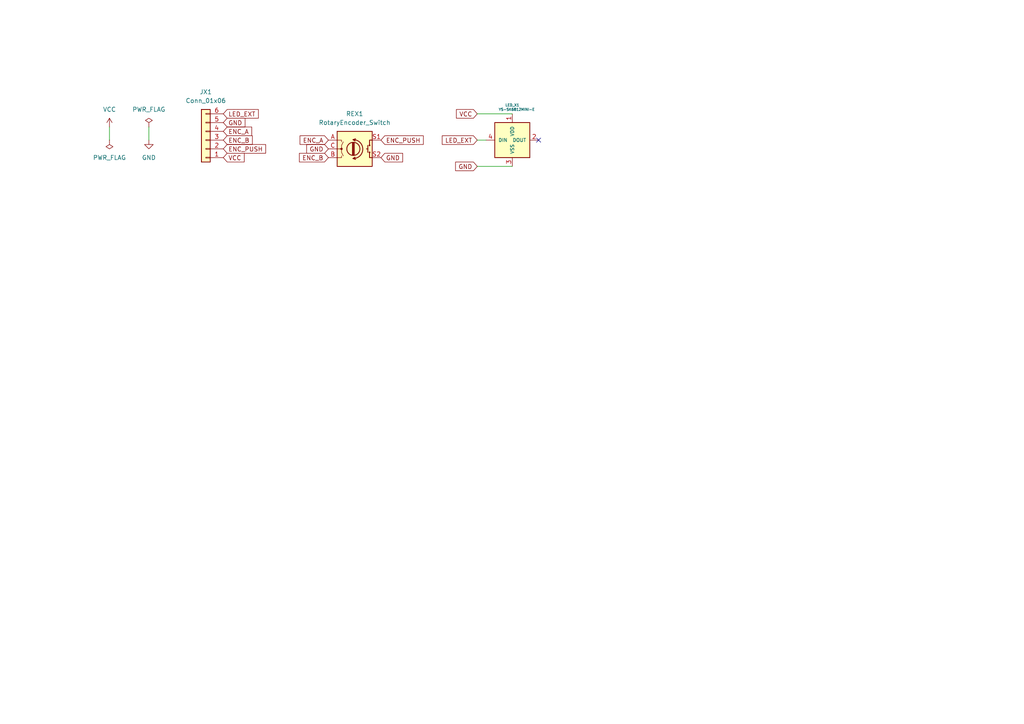
<source format=kicad_sch>
(kicad_sch (version 20211123) (generator eeschema)

  (uuid 694a07cf-3dfe-46bd-b597-a2ff525f715e)

  (paper "A4")

  (lib_symbols
    (symbol "Connector_Generic:Conn_01x06" (pin_names (offset 1.016) hide) (in_bom yes) (on_board yes)
      (property "Reference" "J" (id 0) (at 0 7.62 0)
        (effects (font (size 1.27 1.27)))
      )
      (property "Value" "Conn_01x06" (id 1) (at 0 -10.16 0)
        (effects (font (size 1.27 1.27)))
      )
      (property "Footprint" "" (id 2) (at 0 0 0)
        (effects (font (size 1.27 1.27)) hide)
      )
      (property "Datasheet" "~" (id 3) (at 0 0 0)
        (effects (font (size 1.27 1.27)) hide)
      )
      (property "ki_keywords" "connector" (id 4) (at 0 0 0)
        (effects (font (size 1.27 1.27)) hide)
      )
      (property "ki_description" "Generic connector, single row, 01x06, script generated (kicad-library-utils/schlib/autogen/connector/)" (id 5) (at 0 0 0)
        (effects (font (size 1.27 1.27)) hide)
      )
      (property "ki_fp_filters" "Connector*:*_1x??_*" (id 6) (at 0 0 0)
        (effects (font (size 1.27 1.27)) hide)
      )
      (symbol "Conn_01x06_1_1"
        (rectangle (start -1.27 -7.493) (end 0 -7.747)
          (stroke (width 0.1524) (type default) (color 0 0 0 0))
          (fill (type none))
        )
        (rectangle (start -1.27 -4.953) (end 0 -5.207)
          (stroke (width 0.1524) (type default) (color 0 0 0 0))
          (fill (type none))
        )
        (rectangle (start -1.27 -2.413) (end 0 -2.667)
          (stroke (width 0.1524) (type default) (color 0 0 0 0))
          (fill (type none))
        )
        (rectangle (start -1.27 0.127) (end 0 -0.127)
          (stroke (width 0.1524) (type default) (color 0 0 0 0))
          (fill (type none))
        )
        (rectangle (start -1.27 2.667) (end 0 2.413)
          (stroke (width 0.1524) (type default) (color 0 0 0 0))
          (fill (type none))
        )
        (rectangle (start -1.27 5.207) (end 0 4.953)
          (stroke (width 0.1524) (type default) (color 0 0 0 0))
          (fill (type none))
        )
        (rectangle (start -1.27 6.35) (end 1.27 -8.89)
          (stroke (width 0.254) (type default) (color 0 0 0 0))
          (fill (type background))
        )
        (pin passive line (at -5.08 5.08 0) (length 3.81)
          (name "Pin_1" (effects (font (size 1.27 1.27))))
          (number "1" (effects (font (size 1.27 1.27))))
        )
        (pin passive line (at -5.08 2.54 0) (length 3.81)
          (name "Pin_2" (effects (font (size 1.27 1.27))))
          (number "2" (effects (font (size 1.27 1.27))))
        )
        (pin passive line (at -5.08 0 0) (length 3.81)
          (name "Pin_3" (effects (font (size 1.27 1.27))))
          (number "3" (effects (font (size 1.27 1.27))))
        )
        (pin passive line (at -5.08 -2.54 0) (length 3.81)
          (name "Pin_4" (effects (font (size 1.27 1.27))))
          (number "4" (effects (font (size 1.27 1.27))))
        )
        (pin passive line (at -5.08 -5.08 0) (length 3.81)
          (name "Pin_5" (effects (font (size 1.27 1.27))))
          (number "5" (effects (font (size 1.27 1.27))))
        )
        (pin passive line (at -5.08 -7.62 0) (length 3.81)
          (name "Pin_6" (effects (font (size 1.27 1.27))))
          (number "6" (effects (font (size 1.27 1.27))))
        )
      )
    )
    (symbol "Device:RotaryEncoder_Switch" (pin_names (offset 0.254) hide) (in_bom yes) (on_board yes)
      (property "Reference" "SW" (id 0) (at 0 6.604 0)
        (effects (font (size 1.27 1.27)))
      )
      (property "Value" "RotaryEncoder_Switch" (id 1) (at 0 -6.604 0)
        (effects (font (size 1.27 1.27)))
      )
      (property "Footprint" "" (id 2) (at -3.81 4.064 0)
        (effects (font (size 1.27 1.27)) hide)
      )
      (property "Datasheet" "~" (id 3) (at 0 6.604 0)
        (effects (font (size 1.27 1.27)) hide)
      )
      (property "ki_keywords" "rotary switch encoder switch push button" (id 4) (at 0 0 0)
        (effects (font (size 1.27 1.27)) hide)
      )
      (property "ki_description" "Rotary encoder, dual channel, incremental quadrate outputs, with switch" (id 5) (at 0 0 0)
        (effects (font (size 1.27 1.27)) hide)
      )
      (property "ki_fp_filters" "RotaryEncoder*Switch*" (id 6) (at 0 0 0)
        (effects (font (size 1.27 1.27)) hide)
      )
      (symbol "RotaryEncoder_Switch_0_1"
        (rectangle (start -5.08 5.08) (end 5.08 -5.08)
          (stroke (width 0.254) (type default) (color 0 0 0 0))
          (fill (type background))
        )
        (circle (center -3.81 0) (radius 0.254)
          (stroke (width 0) (type default) (color 0 0 0 0))
          (fill (type outline))
        )
        (arc (start -0.381 -2.794) (mid 2.3622 -0.0635) (end -0.381 2.667)
          (stroke (width 0.254) (type default) (color 0 0 0 0))
          (fill (type none))
        )
        (circle (center -0.381 0) (radius 1.905)
          (stroke (width 0.254) (type default) (color 0 0 0 0))
          (fill (type none))
        )
        (polyline
          (pts
            (xy -0.635 -1.778)
            (xy -0.635 1.778)
          )
          (stroke (width 0.254) (type default) (color 0 0 0 0))
          (fill (type none))
        )
        (polyline
          (pts
            (xy -0.381 -1.778)
            (xy -0.381 1.778)
          )
          (stroke (width 0.254) (type default) (color 0 0 0 0))
          (fill (type none))
        )
        (polyline
          (pts
            (xy -0.127 1.778)
            (xy -0.127 -1.778)
          )
          (stroke (width 0.254) (type default) (color 0 0 0 0))
          (fill (type none))
        )
        (polyline
          (pts
            (xy 3.81 0)
            (xy 3.429 0)
          )
          (stroke (width 0.254) (type default) (color 0 0 0 0))
          (fill (type none))
        )
        (polyline
          (pts
            (xy 3.81 1.016)
            (xy 3.81 -1.016)
          )
          (stroke (width 0.254) (type default) (color 0 0 0 0))
          (fill (type none))
        )
        (polyline
          (pts
            (xy -5.08 -2.54)
            (xy -3.81 -2.54)
            (xy -3.81 -2.032)
          )
          (stroke (width 0) (type default) (color 0 0 0 0))
          (fill (type none))
        )
        (polyline
          (pts
            (xy -5.08 2.54)
            (xy -3.81 2.54)
            (xy -3.81 2.032)
          )
          (stroke (width 0) (type default) (color 0 0 0 0))
          (fill (type none))
        )
        (polyline
          (pts
            (xy 0.254 -3.048)
            (xy -0.508 -2.794)
            (xy 0.127 -2.413)
          )
          (stroke (width 0.254) (type default) (color 0 0 0 0))
          (fill (type none))
        )
        (polyline
          (pts
            (xy 0.254 2.921)
            (xy -0.508 2.667)
            (xy 0.127 2.286)
          )
          (stroke (width 0.254) (type default) (color 0 0 0 0))
          (fill (type none))
        )
        (polyline
          (pts
            (xy 5.08 -2.54)
            (xy 4.318 -2.54)
            (xy 4.318 -1.016)
          )
          (stroke (width 0.254) (type default) (color 0 0 0 0))
          (fill (type none))
        )
        (polyline
          (pts
            (xy 5.08 2.54)
            (xy 4.318 2.54)
            (xy 4.318 1.016)
          )
          (stroke (width 0.254) (type default) (color 0 0 0 0))
          (fill (type none))
        )
        (polyline
          (pts
            (xy -5.08 0)
            (xy -3.81 0)
            (xy -3.81 -1.016)
            (xy -3.302 -2.032)
          )
          (stroke (width 0) (type default) (color 0 0 0 0))
          (fill (type none))
        )
        (polyline
          (pts
            (xy -4.318 0)
            (xy -3.81 0)
            (xy -3.81 1.016)
            (xy -3.302 2.032)
          )
          (stroke (width 0) (type default) (color 0 0 0 0))
          (fill (type none))
        )
        (circle (center 4.318 -1.016) (radius 0.127)
          (stroke (width 0.254) (type default) (color 0 0 0 0))
          (fill (type none))
        )
        (circle (center 4.318 1.016) (radius 0.127)
          (stroke (width 0.254) (type default) (color 0 0 0 0))
          (fill (type none))
        )
      )
      (symbol "RotaryEncoder_Switch_1_1"
        (pin passive line (at -7.62 2.54 0) (length 2.54)
          (name "A" (effects (font (size 1.27 1.27))))
          (number "A" (effects (font (size 1.27 1.27))))
        )
        (pin passive line (at -7.62 -2.54 0) (length 2.54)
          (name "B" (effects (font (size 1.27 1.27))))
          (number "B" (effects (font (size 1.27 1.27))))
        )
        (pin passive line (at -7.62 0 0) (length 2.54)
          (name "C" (effects (font (size 1.27 1.27))))
          (number "C" (effects (font (size 1.27 1.27))))
        )
        (pin passive line (at 7.62 2.54 180) (length 2.54)
          (name "S1" (effects (font (size 1.27 1.27))))
          (number "S1" (effects (font (size 1.27 1.27))))
        )
        (pin passive line (at 7.62 -2.54 180) (length 2.54)
          (name "S2" (effects (font (size 1.27 1.27))))
          (number "S2" (effects (font (size 1.27 1.27))))
        )
      )
    )
    (symbol "kbd:YS-SK6812MINI-E" (pin_names (offset 1.016)) (in_bom yes) (on_board yes)
      (property "Reference" "LED" (id 0) (at 2.54 -7.62 0)
        (effects (font (size 0.7366 0.7366)))
      )
      (property "Value" "YS-SK6812MINI-E" (id 1) (at 6.35 -6.35 0)
        (effects (font (size 0.7366 0.7366)))
      )
      (property "Footprint" "" (id 2) (at 2.54 -6.35 0)
        (effects (font (size 1.27 1.27)) hide)
      )
      (property "Datasheet" "" (id 3) (at 2.54 -6.35 0)
        (effects (font (size 1.27 1.27)) hide)
      )
      (symbol "YS-SK6812MINI-E_0_1"
        (rectangle (start -5.08 5.08) (end 5.08 -5.08)
          (stroke (width 0.254) (type default) (color 0 0 0 0))
          (fill (type background))
        )
      )
      (symbol "YS-SK6812MINI-E_1_1"
        (pin power_in line (at 0 7.62 270) (length 2.54)
          (name "VDD" (effects (font (size 0.9906 0.9906))))
          (number "1" (effects (font (size 1.27 1.27))))
        )
        (pin output line (at 7.62 0 180) (length 2.54)
          (name "DOUT" (effects (font (size 0.9906 0.9906))))
          (number "2" (effects (font (size 1.27 1.27))))
        )
        (pin power_in line (at 0 -7.62 90) (length 2.54)
          (name "VSS" (effects (font (size 0.9906 0.9906))))
          (number "3" (effects (font (size 1.27 1.27))))
        )
        (pin input line (at -7.62 0 0) (length 2.54)
          (name "DIN" (effects (font (size 0.9906 0.9906))))
          (number "4" (effects (font (size 1.27 1.27))))
        )
      )
    )
    (symbol "power:GND" (power) (pin_names (offset 0)) (in_bom yes) (on_board yes)
      (property "Reference" "#PWR" (id 0) (at 0 -6.35 0)
        (effects (font (size 1.27 1.27)) hide)
      )
      (property "Value" "GND" (id 1) (at 0 -3.81 0)
        (effects (font (size 1.27 1.27)))
      )
      (property "Footprint" "" (id 2) (at 0 0 0)
        (effects (font (size 1.27 1.27)) hide)
      )
      (property "Datasheet" "" (id 3) (at 0 0 0)
        (effects (font (size 1.27 1.27)) hide)
      )
      (property "ki_keywords" "power-flag" (id 4) (at 0 0 0)
        (effects (font (size 1.27 1.27)) hide)
      )
      (property "ki_description" "Power symbol creates a global label with name \"GND\" , ground" (id 5) (at 0 0 0)
        (effects (font (size 1.27 1.27)) hide)
      )
      (symbol "GND_0_1"
        (polyline
          (pts
            (xy 0 0)
            (xy 0 -1.27)
            (xy 1.27 -1.27)
            (xy 0 -2.54)
            (xy -1.27 -1.27)
            (xy 0 -1.27)
          )
          (stroke (width 0) (type default) (color 0 0 0 0))
          (fill (type none))
        )
      )
      (symbol "GND_1_1"
        (pin power_in line (at 0 0 270) (length 0) hide
          (name "GND" (effects (font (size 1.27 1.27))))
          (number "1" (effects (font (size 1.27 1.27))))
        )
      )
    )
    (symbol "power:PWR_FLAG" (power) (pin_numbers hide) (pin_names (offset 0) hide) (in_bom yes) (on_board yes)
      (property "Reference" "#FLG" (id 0) (at 0 1.905 0)
        (effects (font (size 1.27 1.27)) hide)
      )
      (property "Value" "PWR_FLAG" (id 1) (at 0 3.81 0)
        (effects (font (size 1.27 1.27)))
      )
      (property "Footprint" "" (id 2) (at 0 0 0)
        (effects (font (size 1.27 1.27)) hide)
      )
      (property "Datasheet" "~" (id 3) (at 0 0 0)
        (effects (font (size 1.27 1.27)) hide)
      )
      (property "ki_keywords" "power-flag" (id 4) (at 0 0 0)
        (effects (font (size 1.27 1.27)) hide)
      )
      (property "ki_description" "Special symbol for telling ERC where power comes from" (id 5) (at 0 0 0)
        (effects (font (size 1.27 1.27)) hide)
      )
      (symbol "PWR_FLAG_0_0"
        (pin power_out line (at 0 0 90) (length 0)
          (name "pwr" (effects (font (size 1.27 1.27))))
          (number "1" (effects (font (size 1.27 1.27))))
        )
      )
      (symbol "PWR_FLAG_0_1"
        (polyline
          (pts
            (xy 0 0)
            (xy 0 1.27)
            (xy -1.016 1.905)
            (xy 0 2.54)
            (xy 1.016 1.905)
            (xy 0 1.27)
          )
          (stroke (width 0) (type default) (color 0 0 0 0))
          (fill (type none))
        )
      )
    )
    (symbol "power:VCC" (power) (pin_names (offset 0)) (in_bom yes) (on_board yes)
      (property "Reference" "#PWR" (id 0) (at 0 -3.81 0)
        (effects (font (size 1.27 1.27)) hide)
      )
      (property "Value" "VCC" (id 1) (at 0 3.81 0)
        (effects (font (size 1.27 1.27)))
      )
      (property "Footprint" "" (id 2) (at 0 0 0)
        (effects (font (size 1.27 1.27)) hide)
      )
      (property "Datasheet" "" (id 3) (at 0 0 0)
        (effects (font (size 1.27 1.27)) hide)
      )
      (property "ki_keywords" "power-flag" (id 4) (at 0 0 0)
        (effects (font (size 1.27 1.27)) hide)
      )
      (property "ki_description" "Power symbol creates a global label with name \"VCC\"" (id 5) (at 0 0 0)
        (effects (font (size 1.27 1.27)) hide)
      )
      (symbol "VCC_0_1"
        (polyline
          (pts
            (xy -0.762 1.27)
            (xy 0 2.54)
          )
          (stroke (width 0) (type default) (color 0 0 0 0))
          (fill (type none))
        )
        (polyline
          (pts
            (xy 0 0)
            (xy 0 2.54)
          )
          (stroke (width 0) (type default) (color 0 0 0 0))
          (fill (type none))
        )
        (polyline
          (pts
            (xy 0 2.54)
            (xy 0.762 1.27)
          )
          (stroke (width 0) (type default) (color 0 0 0 0))
          (fill (type none))
        )
      )
      (symbol "VCC_1_1"
        (pin power_in line (at 0 0 90) (length 0) hide
          (name "VCC" (effects (font (size 1.27 1.27))))
          (number "1" (effects (font (size 1.27 1.27))))
        )
      )
    )
  )



  (no_connect (at 156.21 40.64) (uuid 907b517d-2a80-4219-9920-b9ef93c9a643))

  (wire (pts (xy 138.43 40.64) (xy 140.97 40.64))
    (stroke (width 0) (type default) (color 0 0 0 0))
    (uuid 27d70f3a-ec42-43ae-bf58-12388a62d1e5)
  )
  (wire (pts (xy 43.18 36.83) (xy 43.18 40.64))
    (stroke (width 0) (type default) (color 0 0 0 0))
    (uuid 39d7c854-6db6-4920-ac5a-7bdca8abfd19)
  )
  (wire (pts (xy 138.43 48.26) (xy 148.59 48.26))
    (stroke (width 0) (type default) (color 0 0 0 0))
    (uuid 4c481049-e58d-4bda-a715-7ddd6b8e696e)
  )
  (wire (pts (xy 138.43 33.02) (xy 148.59 33.02))
    (stroke (width 0) (type default) (color 0 0 0 0))
    (uuid 5dce94dd-ec15-4c5a-aa20-e5a5033aaa7c)
  )
  (wire (pts (xy 31.75 36.83) (xy 31.75 40.64))
    (stroke (width 0) (type default) (color 0 0 0 0))
    (uuid c5a09a1c-883b-4248-8706-4eecaa7611c5)
  )

  (global_label "GND" (shape input) (at 110.49 45.72 0) (fields_autoplaced)
    (effects (font (size 1.27 1.27)) (justify left))
    (uuid 1c8fc59b-ddbb-4797-953f-3082cc93a603)
    (property "Intersheet References" "${INTERSHEET_REFS}" (id 0) (at 116.7736 45.6406 0)
      (effects (font (size 1.27 1.27)) (justify left) hide)
    )
  )
  (global_label "ENC_A" (shape input) (at 95.25 40.64 180) (fields_autoplaced)
    (effects (font (size 1.27 1.27)) (justify right))
    (uuid 1f0fe1a7-22f4-4094-b0be-32a43e65dead)
    (property "Intersheet References" "${INTERSHEET_REFS}" (id 0) (at 87.0312 40.5606 0)
      (effects (font (size 1.27 1.27)) (justify right) hide)
    )
  )
  (global_label "GND" (shape input) (at 64.77 35.56 0) (fields_autoplaced)
    (effects (font (size 1.27 1.27)) (justify left))
    (uuid 2fe807d4-4393-45c3-aceb-2b9d221474aa)
    (property "Intersheet References" "${INTERSHEET_REFS}" (id 0) (at 71.0536 35.6394 0)
      (effects (font (size 1.27 1.27)) (justify left) hide)
    )
  )
  (global_label "LED_EXT" (shape input) (at 64.77 33.02 0) (fields_autoplaced)
    (effects (font (size 1.27 1.27)) (justify left))
    (uuid 4b070a83-e598-404a-9ee4-9f5bd0626dce)
    (property "Intersheet References" "${INTERSHEET_REFS}" (id 0) (at 74.9241 32.9406 0)
      (effects (font (size 1.27 1.27)) (justify left) hide)
    )
  )
  (global_label "GND" (shape input) (at 95.25 43.18 180) (fields_autoplaced)
    (effects (font (size 1.27 1.27)) (justify right))
    (uuid 60793d3d-c1e6-4783-bc78-0e5ba1a4a7f4)
    (property "Intersheet References" "${INTERSHEET_REFS}" (id 0) (at 88.9664 43.1006 0)
      (effects (font (size 1.27 1.27)) (justify right) hide)
    )
  )
  (global_label "LED_EXT" (shape input) (at 138.43 40.64 180) (fields_autoplaced)
    (effects (font (size 1.27 1.27)) (justify right))
    (uuid 638353d7-a9d8-43bd-9b27-5b7d8547ef91)
    (property "Intersheet References" "${INTERSHEET_REFS}" (id 0) (at 128.2759 40.5606 0)
      (effects (font (size 1.27 1.27)) (justify right) hide)
    )
  )
  (global_label "ENC_PUSH" (shape input) (at 64.77 43.18 0) (fields_autoplaced)
    (effects (font (size 1.27 1.27)) (justify left))
    (uuid 72415e2d-a5b7-4bc3-8dae-3bff0c67ae4b)
    (property "Intersheet References" "${INTERSHEET_REFS}" (id 0) (at 77.0407 43.1006 0)
      (effects (font (size 1.27 1.27)) (justify left) hide)
    )
  )
  (global_label "GND" (shape input) (at 138.43 48.26 180) (fields_autoplaced)
    (effects (font (size 1.27 1.27)) (justify right))
    (uuid 729dc5ee-2d12-44ab-9eec-8000fb1dd810)
    (property "Intersheet References" "${INTERSHEET_REFS}" (id 0) (at 132.1464 48.1806 0)
      (effects (font (size 1.27 1.27)) (justify right) hide)
    )
  )
  (global_label "ENC_B" (shape input) (at 95.25 45.72 180) (fields_autoplaced)
    (effects (font (size 1.27 1.27)) (justify right))
    (uuid 7a7ca274-a664-4866-9425-33d3d06aacf4)
    (property "Intersheet References" "${INTERSHEET_REFS}" (id 0) (at 86.8498 45.6406 0)
      (effects (font (size 1.27 1.27)) (justify right) hide)
    )
  )
  (global_label "VCC" (shape input) (at 64.77 45.72 0) (fields_autoplaced)
    (effects (font (size 1.27 1.27)) (justify left))
    (uuid 82f4d3d5-147e-41a3-a8fc-3ba82115dea7)
    (property "Intersheet References" "${INTERSHEET_REFS}" (id 0) (at 70.8117 45.7994 0)
      (effects (font (size 1.27 1.27)) (justify left) hide)
    )
  )
  (global_label "VCC" (shape input) (at 138.43 33.02 180) (fields_autoplaced)
    (effects (font (size 1.27 1.27)) (justify right))
    (uuid a17ff5c1-7d79-491c-9f54-93191c840431)
    (property "Intersheet References" "${INTERSHEET_REFS}" (id 0) (at 132.3883 32.9406 0)
      (effects (font (size 1.27 1.27)) (justify right) hide)
    )
  )
  (global_label "ENC_PUSH" (shape input) (at 110.49 40.64 0) (fields_autoplaced)
    (effects (font (size 1.27 1.27)) (justify left))
    (uuid c20d0fbf-875c-4802-9415-9394dd6dbea4)
    (property "Intersheet References" "${INTERSHEET_REFS}" (id 0) (at 122.7607 40.5606 0)
      (effects (font (size 1.27 1.27)) (justify left) hide)
    )
  )
  (global_label "ENC_B" (shape input) (at 64.77 40.64 0) (fields_autoplaced)
    (effects (font (size 1.27 1.27)) (justify left))
    (uuid c3f4a84b-503a-4cdf-8dae-7a2b0fbb0c15)
    (property "Intersheet References" "${INTERSHEET_REFS}" (id 0) (at 73.1702 40.5606 0)
      (effects (font (size 1.27 1.27)) (justify left) hide)
    )
  )
  (global_label "ENC_A" (shape input) (at 64.77 38.1 0) (fields_autoplaced)
    (effects (font (size 1.27 1.27)) (justify left))
    (uuid e63d3eaa-9e6d-4ea9-a750-f9d946b2fec9)
    (property "Intersheet References" "${INTERSHEET_REFS}" (id 0) (at 72.9888 38.1794 0)
      (effects (font (size 1.27 1.27)) (justify left) hide)
    )
  )

  (symbol (lib_id "Connector_Generic:Conn_01x06") (at 59.69 40.64 180) (unit 1)
    (in_bom yes) (on_board yes) (fields_autoplaced)
    (uuid 192ebb7b-c778-4c90-8aab-a8c6694eff4a)
    (property "Reference" "JX1" (id 0) (at 59.69 26.67 0))
    (property "Value" "Conn_01x06" (id 1) (at 59.69 29.21 0))
    (property "Footprint" "e3w2q:JST_SH_BM03B-SRSS-TB_1x06-1MP_P1.00mm_Vertical" (id 2) (at 59.69 40.64 0)
      (effects (font (size 1.27 1.27)) hide)
    )
    (property "Datasheet" "~" (id 3) (at 59.69 40.64 0)
      (effects (font (size 1.27 1.27)) hide)
    )
    (pin "1" (uuid 9cb49086-79b1-45fd-a067-13f99cb6be20))
    (pin "2" (uuid 84ff712a-af01-4f6b-b42b-fbd9d604cc37))
    (pin "3" (uuid 7fb337db-e53b-4845-bd82-7aecdf731b45))
    (pin "4" (uuid b873e822-db68-4bb0-b6fc-f84807a5d09c))
    (pin "5" (uuid da67d4e1-a635-46e5-94cc-55abd47ddb2c))
    (pin "6" (uuid 88e166a1-c420-4598-badf-dba9e3a132b0))
  )

  (symbol (lib_id "power:PWR_FLAG") (at 31.75 40.64 180) (unit 1)
    (in_bom yes) (on_board yes) (fields_autoplaced)
    (uuid 22cf4257-93ea-4428-9000-29593261fe9f)
    (property "Reference" "#FLG0101" (id 0) (at 31.75 42.545 0)
      (effects (font (size 1.27 1.27)) hide)
    )
    (property "Value" "PWR_FLAG" (id 1) (at 31.75 45.72 0))
    (property "Footprint" "" (id 2) (at 31.75 40.64 0)
      (effects (font (size 1.27 1.27)) hide)
    )
    (property "Datasheet" "~" (id 3) (at 31.75 40.64 0)
      (effects (font (size 1.27 1.27)) hide)
    )
    (pin "1" (uuid c772d8cd-b518-47cb-9260-ea74906205bd))
  )

  (symbol (lib_id "kbd:YS-SK6812MINI-E") (at 148.59 40.64 0) (unit 1)
    (in_bom yes) (on_board yes)
    (uuid 2f90f639-8dbc-4e8a-b9ec-b5c99d8986d1)
    (property "Reference" "LED_X1" (id 0) (at 148.59 30.48 0)
      (effects (font (size 0.7366 0.7366)))
    )
    (property "Value" "YS-SK6812MINI-E" (id 1) (at 149.86 31.75 0)
      (effects (font (size 0.7366 0.7366)))
    )
    (property "Footprint" "kbd:YS-SK6812MINI-E" (id 2) (at 151.13 46.99 0)
      (effects (font (size 1.27 1.27)) hide)
    )
    (property "Datasheet" "" (id 3) (at 151.13 46.99 0)
      (effects (font (size 1.27 1.27)) hide)
    )
    (pin "1" (uuid b16bc34a-255a-4590-a499-92cbd707d235))
    (pin "2" (uuid 55415504-82f0-4a9e-aef3-fcbefe0528cf))
    (pin "3" (uuid 4dde2209-2146-4375-82d8-9148946dabfc))
    (pin "4" (uuid b18b88cf-73cf-4409-9e63-2304d4787ce4))
  )

  (symbol (lib_id "power:VCC") (at 31.75 36.83 0) (unit 1)
    (in_bom yes) (on_board yes) (fields_autoplaced)
    (uuid 3857bcf0-6673-4dbd-80df-2b95f86ed5e7)
    (property "Reference" "#PWR0101" (id 0) (at 31.75 40.64 0)
      (effects (font (size 1.27 1.27)) hide)
    )
    (property "Value" "VCC" (id 1) (at 31.75 31.75 0))
    (property "Footprint" "" (id 2) (at 31.75 36.83 0)
      (effects (font (size 1.27 1.27)) hide)
    )
    (property "Datasheet" "" (id 3) (at 31.75 36.83 0)
      (effects (font (size 1.27 1.27)) hide)
    )
    (pin "1" (uuid 031b7db2-b167-49fe-8f87-6f27994523e4))
  )

  (symbol (lib_id "Device:RotaryEncoder_Switch") (at 102.87 43.18 0) (unit 1)
    (in_bom yes) (on_board yes) (fields_autoplaced)
    (uuid 419930e7-5ae8-4fd1-b4e3-5872b23c8ab3)
    (property "Reference" "REX1" (id 0) (at 102.87 33.02 0))
    (property "Value" "RotaryEncoder_Switch" (id 1) (at 102.87 35.56 0))
    (property "Footprint" "willow:RotaryEncoder_Alps_EC11E-Switch_Vertical_H20mm_rev2" (id 2) (at 99.06 39.116 0)
      (effects (font (size 1.27 1.27)) hide)
    )
    (property "Datasheet" "~" (id 3) (at 102.87 36.576 0)
      (effects (font (size 1.27 1.27)) hide)
    )
    (pin "A" (uuid f2997dae-1d65-44ca-9e42-fbaaf4d98129))
    (pin "B" (uuid e06dd93b-141c-4573-9d79-83b821c6d3ae))
    (pin "C" (uuid 8b7ddf8f-5717-4625-8277-700550492426))
    (pin "S1" (uuid 5d70fa95-a56c-4593-bd6a-72be21765483))
    (pin "S2" (uuid e5b28f19-d5ac-4428-9074-f8b188d4fe3f))
  )

  (symbol (lib_id "power:PWR_FLAG") (at 43.18 36.83 0) (unit 1)
    (in_bom yes) (on_board yes)
    (uuid 895cb2ea-c20e-4391-b55a-95a80d850530)
    (property "Reference" "#FLG0102" (id 0) (at 43.18 34.925 0)
      (effects (font (size 1.27 1.27)) hide)
    )
    (property "Value" "PWR_FLAG" (id 1) (at 43.18 31.75 0))
    (property "Footprint" "" (id 2) (at 43.18 36.83 0)
      (effects (font (size 1.27 1.27)) hide)
    )
    (property "Datasheet" "~" (id 3) (at 43.18 36.83 0)
      (effects (font (size 1.27 1.27)) hide)
    )
    (pin "1" (uuid a01195cf-c75e-4cfc-8628-ccfd2243919a))
  )

  (symbol (lib_id "power:GND") (at 43.18 40.64 0) (unit 1)
    (in_bom yes) (on_board yes) (fields_autoplaced)
    (uuid f7046de6-3851-4842-9875-a9a10272d6ef)
    (property "Reference" "#PWR0102" (id 0) (at 43.18 46.99 0)
      (effects (font (size 1.27 1.27)) hide)
    )
    (property "Value" "GND" (id 1) (at 43.18 45.72 0))
    (property "Footprint" "" (id 2) (at 43.18 40.64 0)
      (effects (font (size 1.27 1.27)) hide)
    )
    (property "Datasheet" "" (id 3) (at 43.18 40.64 0)
      (effects (font (size 1.27 1.27)) hide)
    )
    (pin "1" (uuid 9f3aa3ed-9596-4bd9-81ea-841ce4677ec2))
  )

  (sheet_instances
    (path "/" (page "1"))
  )

  (symbol_instances
    (path "/22cf4257-93ea-4428-9000-29593261fe9f"
      (reference "#FLG0101") (unit 1) (value "PWR_FLAG") (footprint "")
    )
    (path "/895cb2ea-c20e-4391-b55a-95a80d850530"
      (reference "#FLG0102") (unit 1) (value "PWR_FLAG") (footprint "")
    )
    (path "/3857bcf0-6673-4dbd-80df-2b95f86ed5e7"
      (reference "#PWR0101") (unit 1) (value "VCC") (footprint "")
    )
    (path "/f7046de6-3851-4842-9875-a9a10272d6ef"
      (reference "#PWR0102") (unit 1) (value "GND") (footprint "")
    )
    (path "/192ebb7b-c778-4c90-8aab-a8c6694eff4a"
      (reference "JX1") (unit 1) (value "Conn_01x06") (footprint "e3w2q:JST_SH_BM03B-SRSS-TB_1x06-1MP_P1.00mm_Vertical")
    )
    (path "/2f90f639-8dbc-4e8a-b9ec-b5c99d8986d1"
      (reference "LED_X1") (unit 1) (value "YS-SK6812MINI-E") (footprint "kbd:YS-SK6812MINI-E")
    )
    (path "/419930e7-5ae8-4fd1-b4e3-5872b23c8ab3"
      (reference "REX1") (unit 1) (value "RotaryEncoder_Switch") (footprint "willow:RotaryEncoder_Alps_EC11E-Switch_Vertical_H20mm_rev2")
    )
  )
)

</source>
